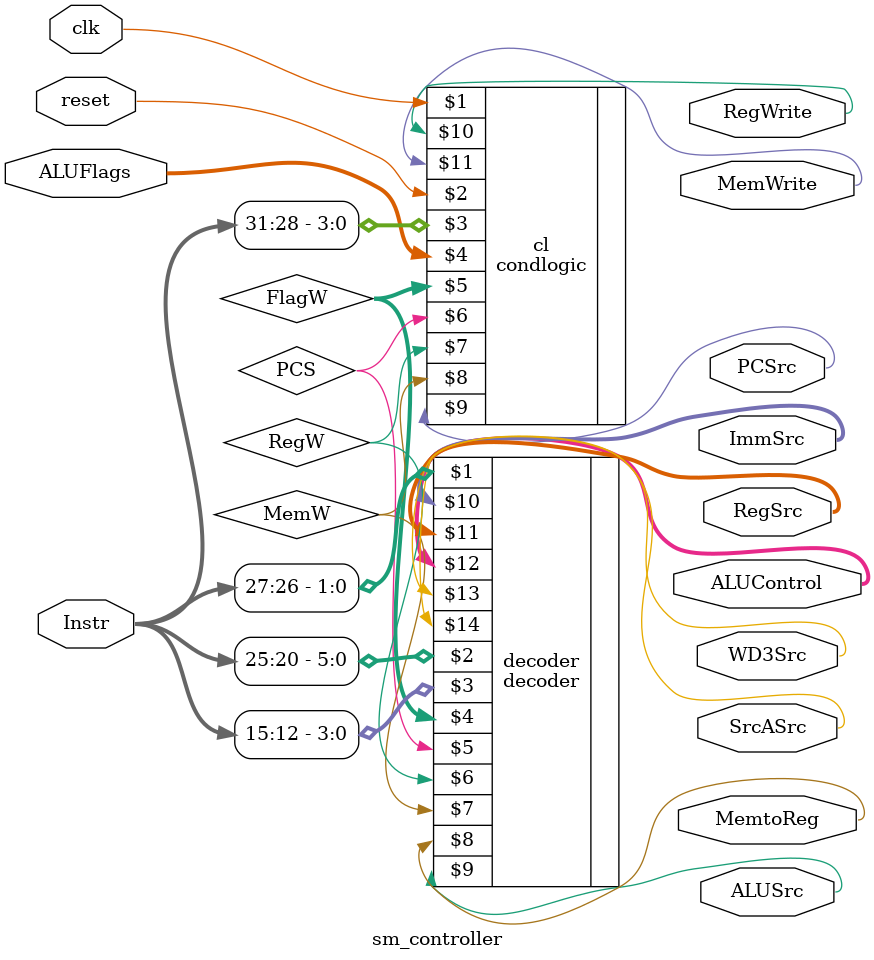
<source format=sv>
module sm_controller
(	
	input  logic         clk, 
	input  logic         reset,
    input  logic [31:12] Instr, 
    input  logic [3:0]   ALUFlags, 
    output logic [1:0]   RegSrc, 
    output logic         RegWrite, 
    output logic [1:0]   ImmSrc, 
    output logic         ALUSrc, 
    output logic [1:0]   ALUControl, 
    output logic         MemWrite, 
	output logic         MemtoReg,
    output logic         PCSrc,
	output logic         WD3Src,
	output logic         SrcASrc
); 
        
    logic [1:0] FlagW; 
    logic PCS, RegW, MemW;
    
    decoder decoder(Instr[27:26], Instr[25:20], Instr[15:12], 
        FlagW, PCS, RegW, MemW, 
        MemtoReg, ALUSrc, ImmSrc, RegSrc, ALUControl, WD3Src, SrcASrc);
        
    condlogic cl(clk, reset, Instr[31:28], ALUFlags,
        FlagW, PCS, RegW, MemW,
        PCSrc, RegWrite, MemWrite); 
        
endmodule
</source>
